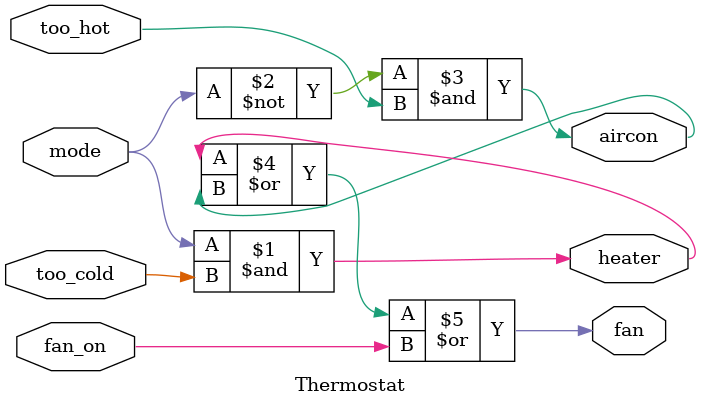
<source format=v>
module Thermostat(
  input   too_cold,
  input   too_hot,
  input   mode,
  input   fan_on,
  output  heater,
  output  aircon,
  output  fan
);
  assign heater = mode & too_cold; // @[Thermostat.scala 14:18]
  assign aircon = ~mode & too_hot; // @[Thermostat.scala 15:21]
  assign fan = heater | aircon | fan_on; // @[Thermostat.scala 16:29]
endmodule

</source>
